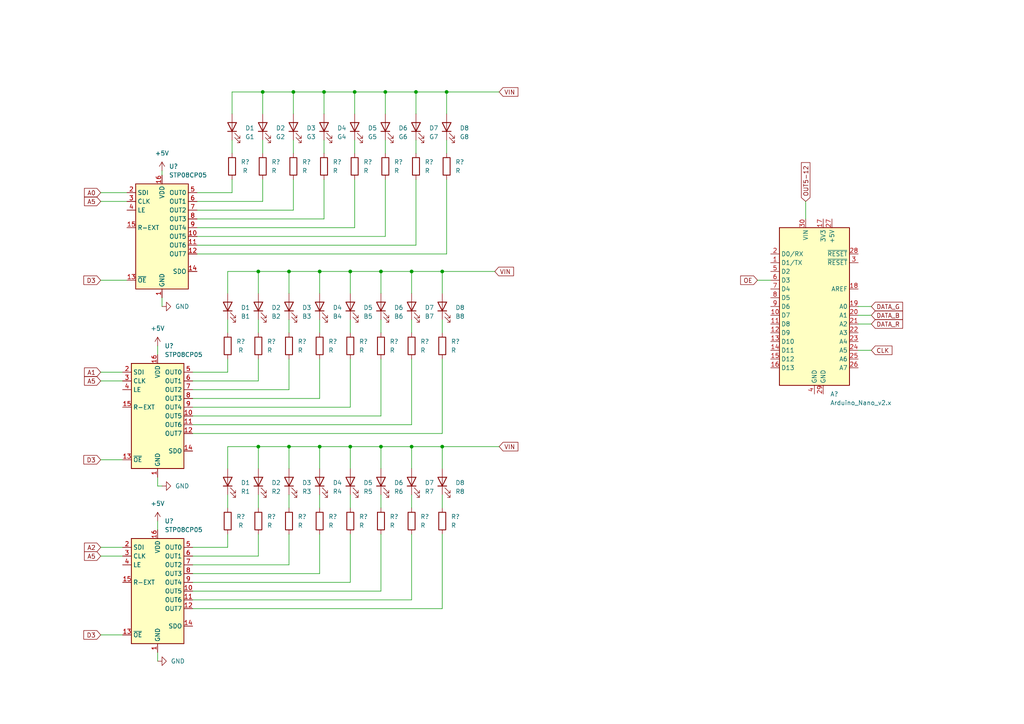
<source format=kicad_sch>
(kicad_sch (version 20211123) (generator eeschema)
  (paper "A4")
  (title_block (title "Spinning LED Display") (company "UVic-UCC"))
  (lib_symbols
    (symbol "Device:LED" (pin_numbers hide) (pin_names (offset 1.016) hide)
      (property "Reference" "D" (at 0 2.54 0))
      (property "Value" "LED" (at 0 -2.54 0))
      (symbol "LED_0_1"
        (polyline (pts (xy -1.27 -1.27) (xy -1.27 1.27)) (stroke (width 0.254)))
        (polyline (pts (xy -1.27 0) (xy 1.27 0)))
        (polyline (pts (xy 1.27 -1.27) (xy 1.27 1.27) (xy -1.27 0) (xy 1.27 -1.27)) (stroke (width 0.254)))
        (polyline (pts (xy -3.048 -0.762) (xy -4.572 -2.286) (xy -3.81 -2.286) (xy -4.572 -2.286) (xy -4.572 -1.524)))
        (polyline (pts (xy -1.778 -0.762) (xy -3.302 -2.286) (xy -2.54 -2.286) (xy -3.302 -2.286) (xy -3.302 -1.524)))
      )
      (symbol "LED_1_1"
        (pin passive line (at -3.81 0 0) (length 2.54) (name "K") (number "1"))
        (pin passive line (at 3.81 0 180) (length 2.54) (name "A") (number "2"))
      )
    )
    (symbol "Device:R" (pin_numbers hide) (pin_names (offset 0))
      (property "Reference" "R" (at 2.032 0 90))
      (property "Value" "R" (at 0 0 90))
      (symbol "R_0_1"
        (rectangle (start -1.016 -2.54) (end 1.016 2.54) (stroke (width 0.254)))
      )
      (symbol "R_1_1"
        (pin passive line (at 0 3.81 270) (length 1.27) (name "~") (number "1"))
        (pin passive line (at 0 -3.81 90) (length 1.27) (name "~") (number "2"))
      )
    )
    (symbol "Driver_LED:STP08CP05"
      (property "Reference" "U" (at -7.62 16.51 0))
      (property "Value" "STP08CP05" (at 1.27 16.51 0))
      (symbol "STP08CP05_0_1"
        (rectangle (start -7.62 15.24) (end 7.62 -15.24) (stroke (width 0.254)) (fill (type background)))
      )
      (symbol "STP08CP05_1_1"
        (pin power_in line (at 0 -17.78 90) (length 2.54) (name "GND") (number "1"))
        (pin output line (at 10.16 0 180) (length 2.54) (name "OUT5") (number "10"))
        (pin output line (at 10.16 -2.54 180) (length 2.54) (name "OUT6") (number "11"))
        (pin output line (at 10.16 -5.08 180) (length 2.54) (name "OUT7") (number "12"))
        (pin input line (at -10.16 -12.7 0) (length 2.54) (name "~{OE}") (number "13"))
        (pin output line (at 10.16 -10.16 180) (length 2.54) (name "SDO") (number "14"))
        (pin passive line (at -10.16 2.54 0) (length 2.54) (name "R-EXT") (number "15"))
        (pin power_in line (at 0 17.78 270) (length 2.54) (name "VDD") (number "16"))
        (pin input line (at -10.16 12.7 0) (length 2.54) (name "SDI") (number "2"))
        (pin input line (at -10.16 10.16 0) (length 2.54) (name "CLK") (number "3"))
        (pin input line (at -10.16 7.62 0) (length 2.54) (name "LE") (number "4"))
        (pin output line (at 10.16 12.7 180) (length 2.54) (name "OUT0") (number "5"))
        (pin output line (at 10.16 10.16 180) (length 2.54) (name "OUT1") (number "6"))
        (pin output line (at 10.16 7.62 180) (length 2.54) (name "OUT2") (number "7"))
        (pin output line (at 10.16 5.08 180) (length 2.54) (name "OUT3") (number "8"))
        (pin output line (at 10.16 2.54 180) (length 2.54) (name "OUT4") (number "9"))
      )
    )
    (symbol "MCU_Module:Arduino_Nano_v2.x"
      (property "Reference" "A" (at -10.16 23.495 0))
      (property "Value" "Arduino_Nano_v2.x" (at 5.08 -24.13 0))
      (symbol "Arduino_Nano_v2.x_0_1"
        (rectangle (start -10.16 22.86) (end 10.16 -22.86) (stroke (width 0.254)) (fill (type background)))
      )
      (symbol "Arduino_Nano_v2.x_1_1"
        (pin bidirectional line (at -12.7 12.7 0) (length 2.54) (name "D1/TX") (number "1"))
        (pin bidirectional line (at -12.7 -2.54 0) (length 2.54) (name "D7") (number "10"))
        (pin bidirectional line (at -12.7 -5.08 0) (length 2.54) (name "D8") (number "11"))
        (pin bidirectional line (at -12.7 -7.62 0) (length 2.54) (name "D9") (number "12"))
        (pin bidirectional line (at -12.7 -10.16 0) (length 2.54) (name "D10") (number "13"))
        (pin bidirectional line (at -12.7 -12.7 0) (length 2.54) (name "D11") (number "14"))
        (pin bidirectional line (at -12.7 -15.24 0) (length 2.54) (name "D12") (number "15"))
        (pin bidirectional line (at -12.7 -17.78 0) (length 2.54) (name "D13") (number "16"))
        (pin power_out line (at 2.54 25.4 270) (length 2.54) (name "3V3") (number "17"))
        (pin input line (at 12.7 5.08 180) (length 2.54) (name "AREF") (number "18"))
        (pin bidirectional line (at 12.7 0 180) (length 2.54) (name "A0") (number "19"))
        (pin bidirectional line (at -12.7 15.24 0) (length 2.54) (name "D0/RX") (number "2"))
        (pin bidirectional line (at 12.7 -2.54 180) (length 2.54) (name "A1") (number "20"))
        (pin bidirectional line (at 12.7 -5.08 180) (length 2.54) (name "A2") (number "21"))
        (pin bidirectional line (at 12.7 -7.62 180) (length 2.54) (name "A3") (number "22"))
        (pin bidirectional line (at 12.7 -10.16 180) (length 2.54) (name "A4") (number "23"))
        (pin bidirectional line (at 12.7 -12.7 180) (length 2.54) (name "A5") (number "24"))
        (pin bidirectional line (at 12.7 -15.24 180) (length 2.54) (name "A6") (number "25"))
        (pin bidirectional line (at 12.7 -17.78 180) (length 2.54) (name "A7") (number "26"))
        (pin power_out line (at 5.08 25.4 270) (length 2.54) (name "+5V") (number "27"))
        (pin input line (at 12.7 15.24 180) (length 2.54) (name "~{RESET}") (number "28"))
        (pin power_in line (at 2.54 -25.4 90) (length 2.54) (name "GND") (number "29"))
        (pin input line (at 12.7 12.7 180) (length 2.54) (name "~{RESET}") (number "3"))
        (pin power_in line (at -2.54 25.4 270) (length 2.54) (name "VIN") (number "30"))
        (pin power_in line (at 0 -25.4 90) (length 2.54) (name "GND") (number "4"))
        (pin bidirectional line (at -12.7 10.16 0) (length 2.54) (name "D2") (number "5"))
        (pin bidirectional line (at -12.7 7.62 0) (length 2.54) (name "D3") (number "6"))
        (pin bidirectional line (at -12.7 5.08 0) (length 2.54) (name "D4") (number "7"))
        (pin bidirectional line (at -12.7 2.54 0) (length 2.54) (name "D5") (number "8"))
        (pin bidirectional line (at -12.7 0 0) (length 2.54) (name "D6") (number "9"))
      )
    )
    (symbol "power:+5V" (power) (pin_names (offset 0))
      (property "Value" "+5V" (at 0 3.556 0))
      (symbol "+5V_0_1"
        (polyline (pts (xy -0.762 1.27) (xy 0 2.54)))
        (polyline (pts (xy 0 0) (xy 0 2.54)))
        (polyline (pts (xy 0 2.54) (xy 0.762 1.27)))
      )
      (symbol "+5V_1_1"
        (pin power_in line (at 0 0 90) (length 0) hide (name "+5V") (number "1"))
      )
    )
    (symbol "power:GND" (power) (pin_names (offset 0))
      (property "Value" "GND" (at 0 -3.81 0))
      (symbol "GND_0_1"
        (polyline (pts (xy 0 0) (xy 0 -1.27) (xy 1.27 -1.27) (xy 0 -2.54) (xy -1.27 -1.27) (xy 0 -1.27)))
      )
      (symbol "GND_1_1"
        (pin power_in line (at 0 0 270) (length 0) hide (name "GND") (number "1"))
      )
    )
  )
  (junction (at 74.93 129.54))
  (junction (at 128.27 129.54))
  (junction (at 119.38 129.54))
  (junction (at 92.71 78.74))
  (junction (at 74.93 78.74))
  (junction (at 119.38 78.74))
  (junction (at 83.82 78.74))
  (junction (at 110.49 129.54))
  (junction (at 110.49 78.74))
  (junction (at 76.2 26.67))
  (junction (at 111.76 26.67))
  (junction (at 93.98 26.67))
  (junction (at 85.09 26.67))
  (junction (at 92.71 129.54))
  (junction (at 120.65 26.67))
  (junction (at 128.27 78.74))
  (junction (at 129.54 26.67))
  (junction (at 101.6 129.54))
  (junction (at 83.82 129.54))
  (junction (at 102.87 26.67))
  (junction (at 101.6 78.74))
  (wire (pts (xy 85.09 26.67) (xy 85.09 33.02)))
  (wire (pts (xy 83.82 163.83) (xy 55.88 163.83)))
  (wire (pts (xy 110.49 120.65) (xy 55.88 120.65)))
  (wire (pts (xy 85.09 60.96) (xy 57.15 60.96)))
  (wire (pts (xy 76.2 58.42) (xy 76.2 52.07)))
  (wire (pts (xy 119.38 78.74) (xy 119.38 85.09)))
  (wire (pts (xy 101.6 78.74) (xy 101.6 85.09)))
  (wire (pts (xy 92.71 104.14) (xy 92.71 115.57)))
  (wire (pts (xy 101.6 154.94) (xy 101.6 168.91)))
  (wire (pts (xy 128.27 78.74) (xy 128.27 85.09)))
  (wire (pts (xy 66.04 104.14) (xy 66.04 107.95)))
  (wire (pts (xy 83.82 78.74) (xy 92.71 78.74)))
  (wire (pts (xy 119.38 129.54) (xy 128.27 129.54)))
  (wire (pts (xy 128.27 92.71) (xy 128.27 96.52)))
  (wire (pts (xy 92.71 115.57) (xy 55.88 115.57)))
  (wire (pts (xy 66.04 129.54) (xy 74.93 129.54)))
  (wire (pts (xy 111.76 52.07) (xy 111.76 68.58)))
  (wire (pts (xy 128.27 104.14) (xy 128.27 125.73)))
  (wire (pts (xy 128.27 129.54) (xy 128.27 135.89)))
  (wire (pts (xy 29.21 158.75) (xy 35.56 158.75)))
  (wire (pts (xy 29.21 107.95) (xy 35.56 107.95)))
  (wire (pts (xy 101.6 168.91) (xy 55.88 168.91)))
  (wire (pts (xy 74.93 78.74) (xy 74.93 85.09)))
  (wire (pts (xy 111.76 40.64) (xy 111.76 44.45)))
  (wire (pts (xy 119.38 123.19) (xy 55.88 123.19)))
  (wire (pts (xy 110.49 104.14) (xy 110.49 120.65)))
  (wire (pts (xy 101.6 118.11) (xy 55.88 118.11)))
  (wire (pts (xy 92.71 129.54) (xy 92.71 135.89)))
  (wire (pts (xy 129.54 40.64) (xy 129.54 44.45)))
  (wire (pts (xy 101.6 129.54) (xy 101.6 135.89)))
  (wire (pts (xy 120.65 52.07) (xy 120.65 71.12)))
  (wire (pts (xy 119.38 154.94) (xy 119.38 173.99)))
  (wire (pts (xy 83.82 143.51) (xy 83.82 147.32)))
  (wire (pts (xy 128.27 125.73) (xy 55.88 125.73)))
  (wire (pts (xy 66.04 78.74) (xy 74.93 78.74)))
  (wire (pts (xy 76.2 26.67) (xy 76.2 33.02)))
  (wire (pts (xy 129.54 26.67) (xy 129.54 33.02)))
  (wire (pts (xy 55.88 161.29) (xy 74.93 161.29)))
  (wire (pts (xy 102.87 52.07) (xy 102.87 66.04)))
  (wire (pts (xy 102.87 26.67) (xy 102.87 33.02)))
  (wire (pts (xy 93.98 26.67) (xy 102.87 26.67)))
  (wire (pts (xy 120.65 40.64) (xy 120.65 44.45)))
  (wire (pts (xy 66.04 158.75) (xy 55.88 158.75)))
  (wire (pts (xy 85.09 26.67) (xy 93.98 26.67)))
  (wire (pts (xy 92.71 78.74) (xy 92.71 85.09)))
  (wire (pts (xy 92.71 78.74) (xy 101.6 78.74)))
  (wire (pts (xy 248.92 91.44) (xy 252.73 91.44)))
  (wire (pts (xy 83.82 129.54) (xy 83.82 135.89)))
  (wire (pts (xy 248.92 93.98) (xy 252.73 93.98)))
  (wire (pts (xy 110.49 92.71) (xy 110.49 96.52)))
  (wire (pts (xy 92.71 143.51) (xy 92.71 147.32)))
  (wire (pts (xy 29.21 110.49) (xy 35.56 110.49)))
  (wire (pts (xy 74.93 110.49) (xy 74.93 104.14)))
  (wire (pts (xy 119.38 92.71) (xy 119.38 96.52)))
  (wire (pts (xy 120.65 26.67) (xy 120.65 33.02)))
  (wire (pts (xy 119.38 78.74) (xy 128.27 78.74)))
  (wire (pts (xy 120.65 26.67) (xy 129.54 26.67)))
  (wire (pts (xy 76.2 40.64) (xy 76.2 44.45)))
  (wire (pts (xy 129.54 73.66) (xy 57.15 73.66)))
  (wire (pts (xy 45.72 140.97) (xy 46.99 140.97)))
  (wire (pts (xy 110.49 129.54) (xy 119.38 129.54)))
  (wire (pts (xy 119.38 173.99) (xy 55.88 173.99)))
  (wire (pts (xy 92.71 92.71) (xy 92.71 96.52)))
  (wire (pts (xy 83.82 113.03) (xy 55.88 113.03)))
  (wire (pts (xy 74.93 78.74) (xy 83.82 78.74)))
  (wire (pts (xy 83.82 92.71) (xy 83.82 96.52)))
  (wire (pts (xy 29.21 81.28) (xy 36.83 81.28)))
  (wire (pts (xy 29.21 133.35) (xy 35.56 133.35)))
  (wire (pts (xy 102.87 40.64) (xy 102.87 44.45)))
  (wire (pts (xy 85.09 40.64) (xy 85.09 44.45)))
  (wire (pts (xy 110.49 78.74) (xy 110.49 85.09)))
  (wire (pts (xy 66.04 143.51) (xy 66.04 147.32)))
  (wire (pts (xy 248.92 101.6) (xy 252.73 101.6)))
  (wire (pts (xy 66.04 107.95) (xy 55.88 107.95)))
  (wire (pts (xy 46.99 49.53) (xy 46.99 50.8)))
  (wire (pts (xy 45.72 100.33) (xy 45.72 102.87)))
  (wire (pts (xy 83.82 104.14) (xy 83.82 113.03)))
  (wire (pts (xy 66.04 154.94) (xy 66.04 158.75)))
  (wire (pts (xy 74.93 129.54) (xy 83.82 129.54)))
  (wire (pts (xy 110.49 78.74) (xy 119.38 78.74)))
  (wire (pts (xy 119.38 104.14) (xy 119.38 123.19)))
  (wire (pts (xy 128.27 154.94) (xy 128.27 176.53)))
  (wire (pts (xy 111.76 26.67) (xy 120.65 26.67)))
  (wire (pts (xy 29.21 58.42) (xy 36.83 58.42)))
  (wire (pts (xy 74.93 143.51) (xy 74.93 147.32)))
  (wire (pts (xy 74.93 92.71) (xy 74.93 96.52)))
  (wire (pts (xy 119.38 143.51) (xy 119.38 147.32)))
  (wire (pts (xy 119.38 129.54) (xy 119.38 135.89)))
  (wire (pts (xy 67.31 55.88) (xy 57.15 55.88)))
  (wire (pts (xy 128.27 78.74) (xy 143.51 78.74)))
  (wire (pts (xy 93.98 63.5) (xy 57.15 63.5)))
  (wire (pts (xy 110.49 154.94) (xy 110.49 171.45)))
  (wire (pts (xy 93.98 26.67) (xy 93.98 33.02)))
  (wire (pts (xy 110.49 129.54) (xy 110.49 135.89)))
  (wire (pts (xy 128.27 129.54) (xy 144.78 129.54)))
  (wire (pts (xy 74.93 161.29) (xy 74.93 154.94)))
  (wire (pts (xy 120.65 71.12) (xy 57.15 71.12)))
  (wire (pts (xy 92.71 166.37) (xy 55.88 166.37)))
  (wire (pts (xy 76.2 26.67) (xy 85.09 26.67)))
  (wire (pts (xy 101.6 78.74) (xy 110.49 78.74)))
  (wire (pts (xy 45.72 189.23) (xy 45.72 191.77)))
  (wire (pts (xy 92.71 129.54) (xy 101.6 129.54)))
  (wire (pts (xy 67.31 40.64) (xy 67.31 44.45)))
  (wire (pts (xy 93.98 52.07) (xy 93.98 63.5)))
  (wire (pts (xy 66.04 85.09) (xy 66.04 78.74)))
  (wire (pts (xy 101.6 104.14) (xy 101.6 118.11)))
  (wire (pts (xy 110.49 171.45) (xy 55.88 171.45)))
  (wire (pts (xy 92.71 154.94) (xy 92.71 166.37)))
  (wire (pts (xy 74.93 129.54) (xy 74.93 135.89)))
  (wire (pts (xy 67.31 33.02) (xy 67.31 26.67)))
  (wire (pts (xy 83.82 129.54) (xy 92.71 129.54)))
  (wire (pts (xy 102.87 66.04) (xy 57.15 66.04)))
  (wire (pts (xy 129.54 26.67) (xy 144.78 26.67)))
  (wire (pts (xy 83.82 154.94) (xy 83.82 163.83)))
  (wire (pts (xy 111.76 68.58) (xy 57.15 68.58)))
  (wire (pts (xy 45.72 138.43) (xy 45.72 140.97)))
  (wire (pts (xy 101.6 143.51) (xy 101.6 147.32)))
  (wire (pts (xy 29.21 161.29) (xy 35.56 161.29)))
  (wire (pts (xy 45.72 151.13) (xy 45.72 153.67)))
  (wire (pts (xy 67.31 26.67) (xy 76.2 26.67)))
  (wire (pts (xy 66.04 135.89) (xy 66.04 129.54)))
  (wire (pts (xy 57.15 58.42) (xy 76.2 58.42)))
  (wire (pts (xy 85.09 52.07) (xy 85.09 60.96)))
  (wire (pts (xy 66.04 92.71) (xy 66.04 96.52)))
  (wire (pts (xy 46.99 86.36) (xy 46.99 88.9)))
  (wire (pts (xy 101.6 92.71) (xy 101.6 96.52)))
  (wire (pts (xy 219.71 81.28) (xy 223.52 81.28)))
  (wire (pts (xy 129.54 52.07) (xy 129.54 73.66)))
  (wire (pts (xy 29.21 55.88) (xy 36.83 55.88)))
  (wire (pts (xy 55.88 110.49) (xy 74.93 110.49)))
  (wire (pts (xy 248.92 88.9) (xy 252.73 88.9)))
  (wire (pts (xy 83.82 78.74) (xy 83.82 85.09)))
  (wire (pts (xy 128.27 176.53) (xy 55.88 176.53)))
  (wire (pts (xy 111.76 26.67) (xy 111.76 33.02)))
  (wire (pts (xy 128.27 143.51) (xy 128.27 147.32)))
  (wire (pts (xy 102.87 26.67) (xy 111.76 26.67)))
  (wire (pts (xy 67.31 52.07) (xy 67.31 55.88)))
  (wire (pts (xy 233.68 58.42) (xy 233.68 63.5)))
  (wire (pts (xy 93.98 40.64) (xy 93.98 44.45)))
  (wire (pts (xy 101.6 129.54) (xy 110.49 129.54)))
  (wire (pts (xy 29.21 184.15) (xy 35.56 184.15)))
  (wire (pts (xy 110.49 143.51) (xy 110.49 147.32)))
  (global_label "DATA_G" (shape input) (at 252.73 88.9 0) (property "Intersheet References" "${INTERSHEET_REFS}" (effects hide)))
  (global_label "VIN" (shape input) (at 144.78 26.67 0) (property "Intersheet References" "${INTERSHEET_REFS}" (effects hide)))
  (global_label "DATA_B" (shape input) (at 252.73 91.44 0) (property "Intersheet References" "${INTERSHEET_REFS}" (effects hide)))
  (global_label "A2" (shape input) (at 29.21 158.75 180) (property "Intersheet References" "${INTERSHEET_REFS}" (effects hide)))
  (global_label "CLK" (shape input) (at 252.73 101.6 0) (property "Intersheet References" "${INTERSHEET_REFS}" (effects hide)))
  (global_label "VIN" (shape input) (at 144.78 129.54 0) (property "Intersheet References" "${INTERSHEET_REFS}" (effects hide)))
  (global_label "A5" (shape input) (at 29.21 161.29 180) (property "Intersheet References" "${INTERSHEET_REFS}" (effects hide)))
  (global_label "D3" (shape input) (at 29.21 81.28 180) (property "Intersheet References" "${INTERSHEET_REFS}" (effects hide)))
  (global_label "A0" (shape input) (at 29.21 55.88 180) (property "Intersheet References" "${INTERSHEET_REFS}" (effects hide)))
  (global_label "A5" (shape input) (at 29.21 110.49 180) (property "Intersheet References" "${INTERSHEET_REFS}" (effects hide)))
  (global_label "A1" (shape input) (at 29.21 107.95 180) (property "Intersheet References" "${INTERSHEET_REFS}" (effects hide)))
  (global_label "VIN" (shape input) (at 143.51 78.74 0) (property "Intersheet References" "${INTERSHEET_REFS}" (effects hide)))
  (global_label "OE" (shape input) (at 219.71 81.28 180) (property "Intersheet References" "${INTERSHEET_REFS}" (effects hide)))
  (global_label "OUT5-12" (shape input) (at 233.68 58.42 90) (property "Intersheet References" "${INTERSHEET_REFS}" (effects hide)))
  (global_label "DATA_R" (shape input) (at 252.73 93.98 0) (property "Intersheet References" "${INTERSHEET_REFS}" (effects hide)))
  (global_label "A5" (shape input) (at 29.21 58.42 180) (property "Intersheet References" "${INTERSHEET_REFS}" (effects hide)))
  (global_label "D3" (shape input) (at 29.21 184.15 180) (property "Intersheet References" "${INTERSHEET_REFS}" (effects hide)))
  (global_label "D3" (shape input) (at 29.21 133.35 180) (property "Intersheet References" "${INTERSHEET_REFS}" (effects hide)))
  (symbol (lib_id "Device:LED") (at 129.54 36.83 90) (unit 1)
    (property "Reference" "D8" (at 133.35 37.1474 90) (effects (justify right)))
    (property "Value" "G8" (at 133.35 39.6874 90) (effects (justify right)))
  )
  (symbol (lib_id "Device:LED") (at 101.6 139.7 90) (unit 1)
    (property "Reference" "D5" (at 105.41 140.0174 90) (effects (justify right)))
    (property "Value" "R5" (at 105.41 142.5574 90) (effects (justify right)))
  )
  (symbol (lib_id "power:+5V") (at 45.72 151.13 0) (unit 1)
    (property "Reference" "#PWR?" (effects hide))
    (property "Value" "+5V" (at 45.72 146.05 0))
  )
  (symbol (lib_id "Device:R") (at 74.93 100.33 180) (unit 1)
    (property "Reference" "R?" (at 77.47 99.0599 0) (effects (justify right)))
    (property "Value" "R" (at 77.47 101.5999 0) (effects (justify right)))
  )
  (symbol (lib_id "Device:LED") (at 101.6 88.9 90) (unit 1)
    (property "Reference" "D5" (at 105.41 89.2174 90) (effects (justify right)))
    (property "Value" "B5" (at 105.41 91.7574 90) (effects (justify right)))
  )
  (symbol (lib_id "Device:LED") (at 119.38 139.7 90) (unit 1)
    (property "Reference" "D7" (at 123.19 140.0174 90) (effects (justify right)))
    (property "Value" "R7" (at 123.19 142.5574 90) (effects (justify right)))
  )
  (symbol (lib_id "MCU_Module:Arduino_Nano_v2.x") (at 236.22 88.9 0) (unit 1)
    (property "Reference" "A?" (at 240.7794 114.3 0) (effects (justify left)))
    (property "Value" "Arduino_Nano_v2.x" (at 240.7794 116.84 0) (effects (justify left)))
    (property "Footprint" "Module:Arduino_Nano" (effects hide))
    (property "Datasheet" "https://www.arduino.cc/en/uploads/Main/ArduinoNanoManual23.pdf" (effects hide))
  )
  (symbol (lib_id "Device:R") (at 128.27 151.13 180) (unit 1)
    (property "Reference" "R?" (at 130.81 149.8599 0) (effects (justify right)))
    (property "Value" "R" (at 130.81 152.3999 0) (effects (justify right)))
  )
  (symbol (lib_id "Device:LED") (at 66.04 139.7 90) (unit 1)
    (property "Reference" "D1" (at 69.85 140.0174 90) (effects (justify right)))
    (property "Value" "R1" (at 69.85 142.5574 90) (effects (justify right)))
  )
  (symbol (lib_id "Device:R") (at 101.6 151.13 180) (unit 1)
    (property "Reference" "R?" (at 104.14 149.8599 0) (effects (justify right)))
    (property "Value" "R" (at 104.14 152.3999 0) (effects (justify right)))
  )
  (symbol (lib_id "Device:LED") (at 128.27 88.9 90) (unit 1)
    (property "Reference" "D8" (at 132.08 89.2174 90) (effects (justify right)))
    (property "Value" "B8" (at 132.08 91.7574 90) (effects (justify right)))
  )
  (symbol (lib_id "Device:R") (at 129.54 48.26 180) (unit 1)
    (property "Reference" "R?" (at 132.08 46.9899 0) (effects (justify right)))
    (property "Value" "R" (at 132.08 49.5299 0) (effects (justify right)))
  )
  (symbol (lib_id "Device:LED") (at 76.2 36.83 90) (unit 1)
    (property "Reference" "D2" (at 80.01 37.1474 90) (effects (justify right)))
    (property "Value" "G2" (at 80.01 39.6874 90) (effects (justify right)))
  )
  (symbol (lib_id "Device:LED") (at 83.82 88.9 90) (unit 1)
    (property "Reference" "D3" (at 87.63 89.2174 90) (effects (justify right)))
    (property "Value" "B3" (at 87.63 91.7574 90) (effects (justify right)))
  )
  (symbol (lib_id "power:+5V") (at 45.72 100.33 0) (unit 1)
    (property "Reference" "#PWR?" (effects hide))
    (property "Value" "+5V" (at 45.72 95.25 0))
  )
  (symbol (lib_id "Device:LED") (at 92.71 139.7 90) (unit 1)
    (property "Reference" "D4" (at 96.52 140.0174 90) (effects (justify right)))
    (property "Value" "R4" (at 96.52 142.5574 90) (effects (justify right)))
  )
  (symbol (lib_id "Device:R") (at 83.82 151.13 180) (unit 1)
    (property "Reference" "R?" (at 86.36 149.8599 0) (effects (justify right)))
    (property "Value" "R" (at 86.36 152.3999 0) (effects (justify right)))
  )
  (symbol (lib_id "Device:R") (at 66.04 100.33 0) (unit 1)
    (property "Reference" "R?" (at 69.85 99.06 0))
    (property "Value" "R" (at 69.85 101.6 0))
  )
  (symbol (lib_id "power:GND") (at 46.99 140.97 90) (unit 1)
    (property "Reference" "#PWR?" (effects hide))
    (property "Value" "GND" (at 50.8 140.9699 90) (effects (justify right)))
  )
  (symbol (lib_id "Device:LED") (at 67.31 36.83 90) (unit 1)
    (property "Reference" "D1" (at 71.12 37.1474 90) (effects (justify right)))
    (property "Value" "G1" (at 71.12 39.6874 90) (effects (justify right)))
  )
  (symbol (lib_id "Device:R") (at 128.27 100.33 180) (unit 1)
    (property "Reference" "R?" (at 130.81 99.0599 0) (effects (justify right)))
    (property "Value" "R" (at 130.81 101.5999 0) (effects (justify right)))
  )
  (symbol (lib_id "Device:LED") (at 83.82 139.7 90) (unit 1)
    (property "Reference" "D3" (at 87.63 140.0174 90) (effects (justify right)))
    (property "Value" "R3" (at 87.63 142.5574 90) (effects (justify right)))
  )
  (symbol (lib_id "Device:R") (at 66.04 151.13 0) (unit 1)
    (property "Reference" "R?" (at 69.85 149.86 0))
    (property "Value" "R" (at 69.85 152.4 0))
  )
  (symbol (lib_id "Device:R") (at 92.71 151.13 180) (unit 1)
    (property "Reference" "R?" (at 95.25 149.8599 0) (effects (justify right)))
    (property "Value" "R" (at 95.25 152.3999 0) (effects (justify right)))
  )
  (symbol (lib_id "Device:R") (at 74.93 151.13 180) (unit 1)
    (property "Reference" "R?" (at 77.47 149.8599 0) (effects (justify right)))
    (property "Value" "R" (at 77.47 152.3999 0) (effects (justify right)))
  )
  (symbol (lib_id "Device:R") (at 119.38 100.33 180) (unit 1)
    (property "Reference" "R?" (at 121.92 99.0599 0) (effects (justify right)))
    (property "Value" "R" (at 121.92 101.5999 0) (effects (justify right)))
  )
  (symbol (lib_id "Device:R") (at 67.31 48.26 0) (unit 1)
    (property "Reference" "R?" (at 71.12 46.99 0))
    (property "Value" "R" (at 71.12 49.53 0))
  )
  (symbol (lib_id "Device:R") (at 120.65 48.26 180) (unit 1)
    (property "Reference" "R?" (at 123.19 46.9899 0) (effects (justify right)))
    (property "Value" "R" (at 123.19 49.5299 0) (effects (justify right)))
  )
  (symbol (lib_id "Device:LED") (at 119.38 88.9 90) (unit 1)
    (property "Reference" "D7" (at 123.19 89.2174 90) (effects (justify right)))
    (property "Value" "B7" (at 123.19 91.7574 90) (effects (justify right)))
  )
  (symbol (lib_id "Device:R") (at 110.49 151.13 180) (unit 1)
    (property "Reference" "R?" (at 113.03 149.8599 0) (effects (justify right)))
    (property "Value" "R" (at 113.03 152.3999 0) (effects (justify right)))
  )
  (symbol (lib_id "Device:LED") (at 120.65 36.83 90) (unit 1)
    (property "Reference" "D7" (at 124.46 37.1474 90) (effects (justify right)))
    (property "Value" "G7" (at 124.46 39.6874 90) (effects (justify right)))
  )
  (symbol (lib_id "power:+5V") (at 46.99 49.53 0) (unit 1)
    (property "Reference" "#PWR?" (effects hide))
    (property "Value" "+5V" (at 46.99 44.45 0))
  )
  (symbol (lib_id "Device:LED") (at 85.09 36.83 90) (unit 1)
    (property "Reference" "D3" (at 88.9 37.1474 90) (effects (justify right)))
    (property "Value" "G3" (at 88.9 39.6874 90) (effects (justify right)))
  )
  (symbol (lib_id "Device:R") (at 101.6 100.33 180) (unit 1)
    (property "Reference" "R?" (at 104.14 99.0599 0) (effects (justify right)))
    (property "Value" "R" (at 104.14 101.5999 0) (effects (justify right)))
  )
  (symbol (lib_id "Device:R") (at 83.82 100.33 180) (unit 1)
    (property "Reference" "R?" (at 86.36 99.0599 0) (effects (justify right)))
    (property "Value" "R" (at 86.36 101.5999 0) (effects (justify right)))
  )
  (symbol (lib_id "Device:R") (at 85.09 48.26 180) (unit 1)
    (property "Reference" "R?" (at 87.63 46.9899 0) (effects (justify right)))
    (property "Value" "R" (at 87.63 49.5299 0) (effects (justify right)))
  )
  (symbol (lib_id "Device:R") (at 111.76 48.26 180) (unit 1)
    (property "Reference" "R?" (at 114.3 46.9899 0) (effects (justify right)))
    (property "Value" "R" (at 114.3 49.5299 0) (effects (justify right)))
  )
  (symbol (lib_id "Device:LED") (at 74.93 139.7 90) (unit 1)
    (property "Reference" "D2" (at 78.74 140.0174 90) (effects (justify right)))
    (property "Value" "R2" (at 78.74 142.5574 90) (effects (justify right)))
  )
  (symbol (lib_id "Device:LED") (at 128.27 139.7 90) (unit 1)
    (property "Reference" "D8" (at 132.08 140.0174 90) (effects (justify right)))
    (property "Value" "R8" (at 132.08 142.5574 90) (effects (justify right)))
  )
  (symbol (lib_id "Device:LED") (at 92.71 88.9 90) (unit 1)
    (property "Reference" "D4" (at 96.52 89.2174 90) (effects (justify right)))
    (property "Value" "B4" (at 96.52 91.7574 90) (effects (justify right)))
  )
  (symbol (lib_id "Device:R") (at 76.2 48.26 180) (unit 1)
    (property "Reference" "R?" (at 78.74 46.9899 0) (effects (justify right)))
    (property "Value" "R" (at 78.74 49.5299 0) (effects (justify right)))
  )
  (symbol (lib_id "Device:LED") (at 110.49 88.9 90) (unit 1)
    (property "Reference" "D6" (at 114.3 89.2174 90) (effects (justify right)))
    (property "Value" "B6" (at 114.3 91.7574 90) (effects (justify right)))
  )
  (symbol (lib_id "power:GND") (at 45.72 191.77 90) (unit 1)
    (property "Reference" "#PWR?" (effects hide))
    (property "Value" "GND" (at 49.53 191.7699 90) (effects (justify right)))
  )
  (symbol (lib_id "Device:LED") (at 102.87 36.83 90) (unit 1)
    (property "Reference" "D5" (at 106.68 37.1474 90) (effects (justify right)))
    (property "Value" "G5" (at 106.68 39.6874 90) (effects (justify right)))
  )
  (symbol (lib_id "Device:LED") (at 74.93 88.9 90) (unit 1)
    (property "Reference" "D2" (at 78.74 89.2174 90) (effects (justify right)))
    (property "Value" "B2" (at 78.74 91.7574 90) (effects (justify right)))
  )
  (symbol (lib_id "Device:LED") (at 111.76 36.83 90) (unit 1)
    (property "Reference" "D6" (at 115.57 37.1474 90) (effects (justify right)))
    (property "Value" "G6" (at 115.57 39.6874 90) (effects (justify right)))
  )
  (symbol (lib_id "Device:R") (at 119.38 151.13 180) (unit 1)
    (property "Reference" "R?" (at 121.92 149.8599 0) (effects (justify right)))
    (property "Value" "R" (at 121.92 152.3999 0) (effects (justify right)))
  )
  (symbol (lib_id "Driver_LED:STP08CP05") (at 46.99 68.58 0) (unit 1)
    (property "Reference" "U?" (at 49.0094 48.26 0) (effects (justify left)))
    (property "Value" "STP08CP05" (at 49.0094 50.8 0) (effects (justify left)))
    (property "Datasheet" "https://www.st.com/resource/en/datasheet/stp08cp05.pdf" (effects hide))
  )
  (symbol (lib_id "Device:R") (at 110.49 100.33 180) (unit 1)
    (property "Reference" "R?" (at 113.03 99.0599 0) (effects (justify right)))
    (property "Value" "R" (at 113.03 101.5999 0) (effects (justify right)))
  )
  (symbol (lib_id "power:GND") (at 46.99 88.9 90) (unit 1)
    (property "Reference" "#PWR?" (effects hide))
    (property "Value" "GND" (at 50.8 88.8999 90) (effects (justify right)))
  )
  (symbol (lib_id "Device:R") (at 92.71 100.33 180) (unit 1)
    (property "Reference" "R?" (at 95.25 99.0599 0) (effects (justify right)))
    (property "Value" "R" (at 95.25 101.5999 0) (effects (justify right)))
  )
  (symbol (lib_id "Driver_LED:STP08CP05") (at 45.72 120.65 0) (unit 1)
    (property "Reference" "U?" (at 47.7394 100.33 0) (effects (justify left)))
    (property "Value" "STP08CP05" (at 47.7394 102.87 0) (effects (justify left)))
    (property "Datasheet" "https://www.st.com/resource/en/datasheet/stp08cp05.pdf" (effects hide))
  )
  (symbol (lib_id "Driver_LED:STP08CP05") (at 45.72 171.45 0) (unit 1)
    (property "Reference" "U?" (at 47.7394 151.13 0) (effects (justify left)))
    (property "Value" "STP08CP05" (at 47.7394 153.67 0) (effects (justify left)))
    (property "Datasheet" "https://www.st.com/resource/en/datasheet/stp08cp05.pdf" (effects hide))
  )
  (symbol (lib_id "Device:R") (at 102.87 48.26 180) (unit 1)
    (property "Reference" "R?" (at 105.41 46.9899 0) (effects (justify right)))
    (property "Value" "R" (at 105.41 49.5299 0) (effects (justify right)))
  )
  (symbol (lib_id "Device:LED") (at 110.49 139.7 90) (unit 1)
    (property "Reference" "D6" (at 114.3 140.0174 90) (effects (justify right)))
    (property "Value" "R6" (at 114.3 142.5574 90) (effects (justify right)))
  )
  (symbol (lib_id "Device:LED") (at 66.04 88.9 90) (unit 1)
    (property "Reference" "D1" (at 69.85 89.2174 90) (effects (justify right)))
    (property "Value" "B1" (at 69.85 91.7574 90) (effects (justify right)))
  )
  (symbol (lib_id "Device:LED") (at 93.98 36.83 90) (unit 1)
    (property "Reference" "D4" (at 97.79 37.1474 90) (effects (justify right)))
    (property "Value" "G4" (at 97.79 39.6874 90) (effects (justify right)))
  )
  (symbol (lib_id "Device:R") (at 93.98 48.26 180) (unit 1)
    (property "Reference" "R?" (at 96.52 46.9899 0) (effects (justify right)))
    (property "Value" "R" (at 96.52 49.5299 0) (effects (justify right)))
  )
)
</source>
